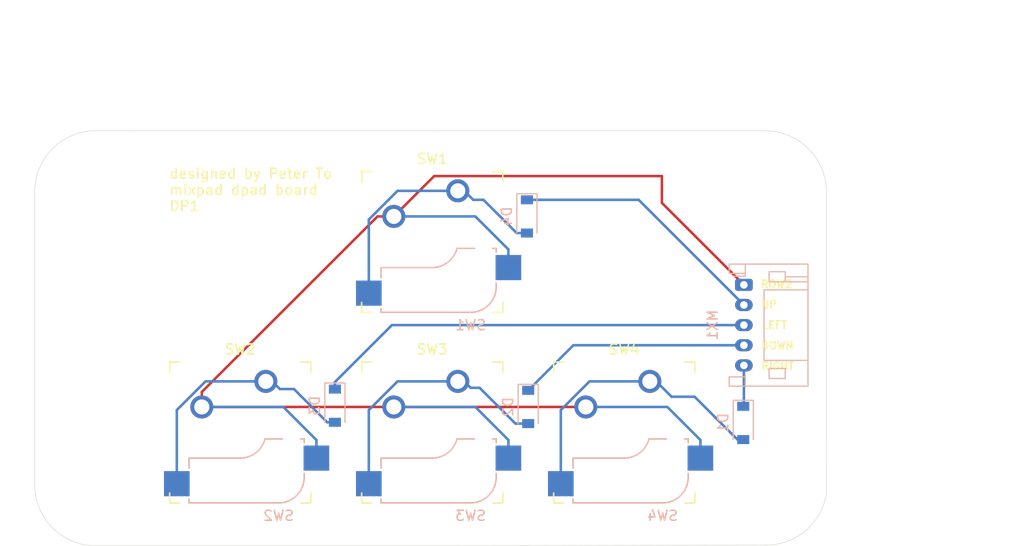
<source format=kicad_pcb>
(kicad_pcb (version 20171130) (host pcbnew "(5.1.12)-1")

  (general
    (thickness 1.6)
    (drawings 21)
    (tracks 57)
    (zones 0)
    (modules 13)
    (nets 10)
  )

  (page A4)
  (layers
    (0 F.Cu signal)
    (31 B.Cu signal)
    (32 B.Adhes user)
    (33 F.Adhes user)
    (34 B.Paste user)
    (35 F.Paste user)
    (36 B.SilkS user)
    (37 F.SilkS user)
    (38 B.Mask user)
    (39 F.Mask user)
    (40 Dwgs.User user)
    (41 Cmts.User user)
    (42 Eco1.User user)
    (43 Eco2.User user)
    (44 Edge.Cuts user)
    (45 Margin user)
    (46 B.CrtYd user)
    (47 F.CrtYd user)
    (48 B.Fab user)
    (49 F.Fab user)
  )

  (setup
    (last_trace_width 0.25)
    (trace_clearance 0.2)
    (zone_clearance 0.508)
    (zone_45_only no)
    (trace_min 0.2)
    (via_size 0.8)
    (via_drill 0.4)
    (via_min_size 0.4)
    (via_min_drill 0.3)
    (uvia_size 0.3)
    (uvia_drill 0.1)
    (uvias_allowed no)
    (uvia_min_size 0.2)
    (uvia_min_drill 0.1)
    (edge_width 0.05)
    (segment_width 0.2)
    (pcb_text_width 0.3)
    (pcb_text_size 1.5 1.5)
    (mod_edge_width 0.12)
    (mod_text_size 1 1)
    (mod_text_width 0.15)
    (pad_size 1.524 1.524)
    (pad_drill 0.762)
    (pad_to_mask_clearance 0)
    (aux_axis_origin 0 0)
    (visible_elements 7FFFFFFF)
    (pcbplotparams
      (layerselection 0x010fc_ffffffff)
      (usegerberextensions true)
      (usegerberattributes true)
      (usegerberadvancedattributes true)
      (creategerberjobfile true)
      (excludeedgelayer true)
      (linewidth 0.100000)
      (plotframeref false)
      (viasonmask false)
      (mode 1)
      (useauxorigin false)
      (hpglpennumber 1)
      (hpglpenspeed 20)
      (hpglpendiameter 15.000000)
      (psnegative false)
      (psa4output false)
      (plotreference true)
      (plotvalue true)
      (plotinvisibletext false)
      (padsonsilk false)
      (subtractmaskfromsilk false)
      (outputformat 1)
      (mirror false)
      (drillshape 0)
      (scaleselection 1)
      (outputdirectory "gerbers/"))
  )

  (net 0 "")
  (net 1 "Net-(D1-Pad2)")
  (net 2 "Net-(D2-Pad2)")
  (net 3 "Net-(D3-Pad2)")
  (net 4 "Net-(D4-Pad2)")
  (net 5 /ROW2)
  (net 6 /RIGHT)
  (net 7 /DOWN)
  (net 8 /LEFT)
  (net 9 /UP)

  (net_class Default "This is the default net class."
    (clearance 0.2)
    (trace_width 0.25)
    (via_dia 0.8)
    (via_drill 0.4)
    (uvia_dia 0.3)
    (uvia_drill 0.1)
    (add_net /DOWN)
    (add_net /LEFT)
    (add_net /RIGHT)
    (add_net /ROW2)
    (add_net /UP)
    (add_net "Net-(D1-Pad2)")
    (add_net "Net-(D2-Pad2)")
    (add_net "Net-(D3-Pad2)")
    (add_net "Net-(D4-Pad2)")
  )

  (module KeySwitches:Kailh_socket_MX_optional (layer F.Cu) (tedit 5DD4FC22) (tstamp 61CE6EFF)
    (at 134.62 82.042)
    (descr "MX-style keyswitch with support for optional Kailh socket")
    (tags MX,cherry,gateron,kailh,pg1511,socket)
    (path /61CAAB7D)
    (fp_text reference SW1 (at 0 -8.255) (layer F.SilkS)
      (effects (font (size 1 1) (thickness 0.15)))
    )
    (fp_text value SW_Push (at 0 8.255) (layer F.Fab)
      (effects (font (size 1 1) (thickness 0.15)))
    )
    (fp_line (start -7.62 6.35) (end -5.08 6.35) (layer B.Fab) (width 0.12))
    (fp_line (start -7.62 3.81) (end -7.62 6.35) (layer B.Fab) (width 0.12))
    (fp_line (start -5.08 3.81) (end -7.62 3.81) (layer B.Fab) (width 0.12))
    (fp_line (start 8.89 1.27) (end 6.35 1.27) (layer B.Fab) (width 0.12))
    (fp_line (start 8.89 3.81) (end 8.89 1.27) (layer B.Fab) (width 0.12))
    (fp_line (start 6.35 3.81) (end 8.89 3.81) (layer B.Fab) (width 0.12))
    (fp_line (start -5.08 6.985) (end 3.81 6.985) (layer B.Fab) (width 0.12))
    (fp_line (start -5.08 2.54) (end -5.08 6.985) (layer B.Fab) (width 0.12))
    (fp_line (start 0 2.54) (end -5.08 2.54) (layer B.Fab) (width 0.12))
    (fp_line (start 6.35 0.635) (end 2.54 0.635) (layer B.Fab) (width 0.12))
    (fp_line (start 6.35 4.445) (end 6.35 0.635) (layer B.Fab) (width 0.12))
    (fp_line (start -5.08 6.985) (end 3.81 6.985) (layer B.SilkS) (width 0.15))
    (fp_line (start -5.08 6.604) (end -5.08 6.985) (layer B.SilkS) (width 0.15))
    (fp_line (start -5.08 2.54) (end -5.08 3.556) (layer B.SilkS) (width 0.15))
    (fp_line (start 0 2.54) (end -5.08 2.54) (layer B.SilkS) (width 0.15))
    (fp_line (start 4.191 0.635) (end 2.54 0.635) (layer B.SilkS) (width 0.15))
    (fp_line (start 6.35 0.635) (end 5.969 0.635) (layer B.SilkS) (width 0.15))
    (fp_line (start 6.35 1.016) (end 6.35 0.635) (layer B.SilkS) (width 0.15))
    (fp_line (start 6.35 4.445) (end 6.35 4.064) (layer B.SilkS) (width 0.15))
    (fp_line (start -7.5 7.5) (end -7.5 -7.5) (layer F.Fab) (width 0.15))
    (fp_line (start 7.5 7.5) (end -7.5 7.5) (layer F.Fab) (width 0.15))
    (fp_line (start 7.5 -7.5) (end 7.5 7.5) (layer F.Fab) (width 0.15))
    (fp_line (start -7.5 -7.5) (end 7.5 -7.5) (layer F.Fab) (width 0.15))
    (fp_line (start -6.9 6.9) (end -6.9 -6.9) (layer Eco2.User) (width 0.15))
    (fp_line (start 6.9 -6.9) (end 6.9 6.9) (layer Eco2.User) (width 0.15))
    (fp_line (start 6.9 -6.9) (end -6.9 -6.9) (layer Eco2.User) (width 0.15))
    (fp_line (start -6.9 6.9) (end 6.9 6.9) (layer Eco2.User) (width 0.15))
    (fp_line (start 7 -7) (end 7 -6) (layer F.SilkS) (width 0.15))
    (fp_line (start 6 7) (end 7 7) (layer F.SilkS) (width 0.15))
    (fp_line (start 7 -7) (end 6 -7) (layer F.SilkS) (width 0.15))
    (fp_line (start 7 6) (end 7 7) (layer F.SilkS) (width 0.15))
    (fp_line (start -7 7) (end -7 6) (layer F.SilkS) (width 0.15))
    (fp_line (start -6 -7) (end -7 -7) (layer F.SilkS) (width 0.15))
    (fp_line (start -7 7) (end -6 7) (layer F.SilkS) (width 0.15))
    (fp_line (start -7 -6) (end -7 -7) (layer F.SilkS) (width 0.15))
    (fp_text user %V (at 0 8.255) (layer B.Fab)
      (effects (font (size 1 1) (thickness 0.15)) (justify mirror))
    )
    (fp_arc (start 0 0) (end 0 2.54) (angle -75.96375653) (layer B.Fab) (width 0.12))
    (fp_arc (start 3.81 4.445) (end 3.81 6.985) (angle -90) (layer B.Fab) (width 0.12))
    (fp_text user %R (at 1.905 5.08) (layer B.Fab)
      (effects (font (size 1 1) (thickness 0.15)) (justify mirror))
    )
    (fp_text user %R (at 3.81 8.255) (layer B.SilkS)
      (effects (font (size 1 1) (thickness 0.15)) (justify mirror))
    )
    (fp_text user %R (at 0 0) (layer F.Fab)
      (effects (font (size 1 1) (thickness 0.15)))
    )
    (fp_arc (start 0 0) (end 0 2.54) (angle -75.96375653) (layer B.SilkS) (width 0.15))
    (fp_arc (start 3.81 4.445) (end 3.81 6.985) (angle -90) (layer B.SilkS) (width 0.15))
    (pad 2 smd rect (at 7.56 2.54) (size 2.55 2.5) (layers B.Cu B.Paste B.Mask)
      (net 5 /ROW2))
    (pad "" np_thru_hole circle (at -5.08 0) (size 1.7018 1.7018) (drill 1.7018) (layers *.Cu *.Mask))
    (pad "" np_thru_hole circle (at 5.08 0) (size 1.7018 1.7018) (drill 1.7018) (layers *.Cu *.Mask))
    (pad 2 thru_hole circle (at -3.81 -2.54) (size 2.286 2.286) (drill 1.4986) (layers *.Cu *.Mask)
      (net 5 /ROW2))
    (pad "" np_thru_hole circle (at 0 0) (size 3.9878 3.9878) (drill 3.9878) (layers *.Cu *.Mask))
    (pad 1 thru_hole circle (at 2.54 -5.08) (size 2.286 2.286) (drill 1.4986) (layers *.Cu *.Mask)
      (net 4 "Net-(D4-Pad2)"))
    (pad "" np_thru_hole circle (at 3.81 2.54) (size 3 3) (drill 3) (layers *.Cu *.Mask))
    (pad "" np_thru_hole circle (at -2.54 5.08) (size 3 3) (drill 3) (layers *.Cu *.Mask))
    (pad 1 smd rect (at -6.29 5.08) (size 2.55 2.5) (layers B.Cu B.Paste B.Mask)
      (net 4 "Net-(D4-Pad2)"))
  )

  (module Diode_SMD:D_SOD-123 (layer B.Cu) (tedit 58645DC7) (tstamp 61D362CF)
    (at 144.018 79.502 270)
    (descr SOD-123)
    (tags SOD-123)
    (path /61D33160)
    (attr smd)
    (fp_text reference D4 (at 0 2 90) (layer B.SilkS)
      (effects (font (size 1 1) (thickness 0.15)) (justify mirror))
    )
    (fp_text value 1N4148W (at 0 -2.1 90) (layer B.Fab)
      (effects (font (size 1 1) (thickness 0.15)) (justify mirror))
    )
    (fp_line (start -2.25 1) (end -2.25 -1) (layer B.SilkS) (width 0.12))
    (fp_line (start 0.25 0) (end 0.75 0) (layer B.Fab) (width 0.1))
    (fp_line (start 0.25 -0.4) (end -0.35 0) (layer B.Fab) (width 0.1))
    (fp_line (start 0.25 0.4) (end 0.25 -0.4) (layer B.Fab) (width 0.1))
    (fp_line (start -0.35 0) (end 0.25 0.4) (layer B.Fab) (width 0.1))
    (fp_line (start -0.35 0) (end -0.35 -0.55) (layer B.Fab) (width 0.1))
    (fp_line (start -0.35 0) (end -0.35 0.55) (layer B.Fab) (width 0.1))
    (fp_line (start -0.75 0) (end -0.35 0) (layer B.Fab) (width 0.1))
    (fp_line (start -1.4 -0.9) (end -1.4 0.9) (layer B.Fab) (width 0.1))
    (fp_line (start 1.4 -0.9) (end -1.4 -0.9) (layer B.Fab) (width 0.1))
    (fp_line (start 1.4 0.9) (end 1.4 -0.9) (layer B.Fab) (width 0.1))
    (fp_line (start -1.4 0.9) (end 1.4 0.9) (layer B.Fab) (width 0.1))
    (fp_line (start -2.35 1.15) (end 2.35 1.15) (layer B.CrtYd) (width 0.05))
    (fp_line (start 2.35 1.15) (end 2.35 -1.15) (layer B.CrtYd) (width 0.05))
    (fp_line (start 2.35 -1.15) (end -2.35 -1.15) (layer B.CrtYd) (width 0.05))
    (fp_line (start -2.35 1.15) (end -2.35 -1.15) (layer B.CrtYd) (width 0.05))
    (fp_line (start -2.25 -1) (end 1.65 -1) (layer B.SilkS) (width 0.12))
    (fp_line (start -2.25 1) (end 1.65 1) (layer B.SilkS) (width 0.12))
    (fp_text user %R (at 0 2 90) (layer B.Fab)
      (effects (font (size 1 1) (thickness 0.15)) (justify mirror))
    )
    (pad 2 smd rect (at 1.65 0 270) (size 0.9 1.2) (layers B.Cu B.Paste B.Mask)
      (net 4 "Net-(D4-Pad2)"))
    (pad 1 smd rect (at -1.65 0 270) (size 0.9 1.2) (layers B.Cu B.Paste B.Mask)
      (net 9 /UP))
    (model ${KISYS3DMOD}/Diode_SMD.3dshapes/D_SOD-123.wrl
      (at (xyz 0 0 0))
      (scale (xyz 1 1 1))
      (rotate (xyz 0 0 0))
    )
  )

  (module Diode_SMD:D_SOD-123 (layer B.Cu) (tedit 58645DC7) (tstamp 61D36317)
    (at 124.968 98.298 270)
    (descr SOD-123)
    (tags SOD-123)
    (path /61D3BDE5)
    (attr smd)
    (fp_text reference D3 (at 0 2 90) (layer B.SilkS)
      (effects (font (size 1 1) (thickness 0.15)) (justify mirror))
    )
    (fp_text value 1N4148W (at 0 -2.1 90) (layer B.Fab)
      (effects (font (size 1 1) (thickness 0.15)) (justify mirror))
    )
    (fp_line (start -2.25 1) (end -2.25 -1) (layer B.SilkS) (width 0.12))
    (fp_line (start 0.25 0) (end 0.75 0) (layer B.Fab) (width 0.1))
    (fp_line (start 0.25 -0.4) (end -0.35 0) (layer B.Fab) (width 0.1))
    (fp_line (start 0.25 0.4) (end 0.25 -0.4) (layer B.Fab) (width 0.1))
    (fp_line (start -0.35 0) (end 0.25 0.4) (layer B.Fab) (width 0.1))
    (fp_line (start -0.35 0) (end -0.35 -0.55) (layer B.Fab) (width 0.1))
    (fp_line (start -0.35 0) (end -0.35 0.55) (layer B.Fab) (width 0.1))
    (fp_line (start -0.75 0) (end -0.35 0) (layer B.Fab) (width 0.1))
    (fp_line (start -1.4 -0.9) (end -1.4 0.9) (layer B.Fab) (width 0.1))
    (fp_line (start 1.4 -0.9) (end -1.4 -0.9) (layer B.Fab) (width 0.1))
    (fp_line (start 1.4 0.9) (end 1.4 -0.9) (layer B.Fab) (width 0.1))
    (fp_line (start -1.4 0.9) (end 1.4 0.9) (layer B.Fab) (width 0.1))
    (fp_line (start -2.35 1.15) (end 2.35 1.15) (layer B.CrtYd) (width 0.05))
    (fp_line (start 2.35 1.15) (end 2.35 -1.15) (layer B.CrtYd) (width 0.05))
    (fp_line (start 2.35 -1.15) (end -2.35 -1.15) (layer B.CrtYd) (width 0.05))
    (fp_line (start -2.35 1.15) (end -2.35 -1.15) (layer B.CrtYd) (width 0.05))
    (fp_line (start -2.25 -1) (end 1.65 -1) (layer B.SilkS) (width 0.12))
    (fp_line (start -2.25 1) (end 1.65 1) (layer B.SilkS) (width 0.12))
    (fp_text user %R (at 0 2 90) (layer B.Fab)
      (effects (font (size 1 1) (thickness 0.15)) (justify mirror))
    )
    (pad 2 smd rect (at 1.65 0 270) (size 0.9 1.2) (layers B.Cu B.Paste B.Mask)
      (net 3 "Net-(D3-Pad2)"))
    (pad 1 smd rect (at -1.65 0 270) (size 0.9 1.2) (layers B.Cu B.Paste B.Mask)
      (net 8 /LEFT))
    (model ${KISYS3DMOD}/Diode_SMD.3dshapes/D_SOD-123.wrl
      (at (xyz 0 0 0))
      (scale (xyz 1 1 1))
      (rotate (xyz 0 0 0))
    )
  )

  (module Diode_SMD:D_SOD-123 (layer B.Cu) (tedit 58645DC7) (tstamp 61D3635F)
    (at 144.145 98.425 270)
    (descr SOD-123)
    (tags SOD-123)
    (path /61D315CE)
    (attr smd)
    (fp_text reference D2 (at 0 2 90) (layer B.SilkS)
      (effects (font (size 1 1) (thickness 0.15)) (justify mirror))
    )
    (fp_text value 1N4148W (at 0 -2.1 90) (layer B.Fab)
      (effects (font (size 1 1) (thickness 0.15)) (justify mirror))
    )
    (fp_line (start -2.25 1) (end -2.25 -1) (layer B.SilkS) (width 0.12))
    (fp_line (start 0.25 0) (end 0.75 0) (layer B.Fab) (width 0.1))
    (fp_line (start 0.25 -0.4) (end -0.35 0) (layer B.Fab) (width 0.1))
    (fp_line (start 0.25 0.4) (end 0.25 -0.4) (layer B.Fab) (width 0.1))
    (fp_line (start -0.35 0) (end 0.25 0.4) (layer B.Fab) (width 0.1))
    (fp_line (start -0.35 0) (end -0.35 -0.55) (layer B.Fab) (width 0.1))
    (fp_line (start -0.35 0) (end -0.35 0.55) (layer B.Fab) (width 0.1))
    (fp_line (start -0.75 0) (end -0.35 0) (layer B.Fab) (width 0.1))
    (fp_line (start -1.4 -0.9) (end -1.4 0.9) (layer B.Fab) (width 0.1))
    (fp_line (start 1.4 -0.9) (end -1.4 -0.9) (layer B.Fab) (width 0.1))
    (fp_line (start 1.4 0.9) (end 1.4 -0.9) (layer B.Fab) (width 0.1))
    (fp_line (start -1.4 0.9) (end 1.4 0.9) (layer B.Fab) (width 0.1))
    (fp_line (start -2.35 1.15) (end 2.35 1.15) (layer B.CrtYd) (width 0.05))
    (fp_line (start 2.35 1.15) (end 2.35 -1.15) (layer B.CrtYd) (width 0.05))
    (fp_line (start 2.35 -1.15) (end -2.35 -1.15) (layer B.CrtYd) (width 0.05))
    (fp_line (start -2.35 1.15) (end -2.35 -1.15) (layer B.CrtYd) (width 0.05))
    (fp_line (start -2.25 -1) (end 1.65 -1) (layer B.SilkS) (width 0.12))
    (fp_line (start -2.25 1) (end 1.65 1) (layer B.SilkS) (width 0.12))
    (fp_text user %R (at 0 2 90) (layer B.Fab)
      (effects (font (size 1 1) (thickness 0.15)) (justify mirror))
    )
    (pad 2 smd rect (at 1.65 0 270) (size 0.9 1.2) (layers B.Cu B.Paste B.Mask)
      (net 2 "Net-(D2-Pad2)"))
    (pad 1 smd rect (at -1.65 0 270) (size 0.9 1.2) (layers B.Cu B.Paste B.Mask)
      (net 7 /DOWN))
    (model ${KISYS3DMOD}/Diode_SMD.3dshapes/D_SOD-123.wrl
      (at (xyz 0 0 0))
      (scale (xyz 1 1 1))
      (rotate (xyz 0 0 0))
    )
  )

  (module Diode_SMD:D_SOD-123 (layer B.Cu) (tedit 58645DC7) (tstamp 61D35EAC)
    (at 165.481 100.0125 270)
    (descr SOD-123)
    (tags SOD-123)
    (path /61D3073C)
    (attr smd)
    (fp_text reference D1 (at 0 2 90) (layer B.SilkS)
      (effects (font (size 1 1) (thickness 0.15)) (justify mirror))
    )
    (fp_text value 1N4148W (at 0 -2.1 90) (layer B.Fab)
      (effects (font (size 1 1) (thickness 0.15)) (justify mirror))
    )
    (fp_line (start -2.25 1) (end -2.25 -1) (layer B.SilkS) (width 0.12))
    (fp_line (start 0.25 0) (end 0.75 0) (layer B.Fab) (width 0.1))
    (fp_line (start 0.25 -0.4) (end -0.35 0) (layer B.Fab) (width 0.1))
    (fp_line (start 0.25 0.4) (end 0.25 -0.4) (layer B.Fab) (width 0.1))
    (fp_line (start -0.35 0) (end 0.25 0.4) (layer B.Fab) (width 0.1))
    (fp_line (start -0.35 0) (end -0.35 -0.55) (layer B.Fab) (width 0.1))
    (fp_line (start -0.35 0) (end -0.35 0.55) (layer B.Fab) (width 0.1))
    (fp_line (start -0.75 0) (end -0.35 0) (layer B.Fab) (width 0.1))
    (fp_line (start -1.4 -0.9) (end -1.4 0.9) (layer B.Fab) (width 0.1))
    (fp_line (start 1.4 -0.9) (end -1.4 -0.9) (layer B.Fab) (width 0.1))
    (fp_line (start 1.4 0.9) (end 1.4 -0.9) (layer B.Fab) (width 0.1))
    (fp_line (start -1.4 0.9) (end 1.4 0.9) (layer B.Fab) (width 0.1))
    (fp_line (start -2.35 1.15) (end 2.35 1.15) (layer B.CrtYd) (width 0.05))
    (fp_line (start 2.35 1.15) (end 2.35 -1.15) (layer B.CrtYd) (width 0.05))
    (fp_line (start 2.35 -1.15) (end -2.35 -1.15) (layer B.CrtYd) (width 0.05))
    (fp_line (start -2.35 1.15) (end -2.35 -1.15) (layer B.CrtYd) (width 0.05))
    (fp_line (start -2.25 -1) (end 1.65 -1) (layer B.SilkS) (width 0.12))
    (fp_line (start -2.25 1) (end 1.65 1) (layer B.SilkS) (width 0.12))
    (fp_text user %R (at 0 2 90) (layer B.Fab)
      (effects (font (size 1 1) (thickness 0.15)) (justify mirror))
    )
    (pad 2 smd rect (at 1.65 0 270) (size 0.9 1.2) (layers B.Cu B.Paste B.Mask)
      (net 1 "Net-(D1-Pad2)"))
    (pad 1 smd rect (at -1.65 0 270) (size 0.9 1.2) (layers B.Cu B.Paste B.Mask)
      (net 6 /RIGHT))
    (model ${KISYS3DMOD}/Diode_SMD.3dshapes/D_SOD-123.wrl
      (at (xyz 0 0 0))
      (scale (xyz 1 1 1))
      (rotate (xyz 0 0 0))
    )
  )

  (module MountingHole:MountingHole_2.2mm_M2 (layer F.Cu) (tedit 56D1B4CB) (tstamp 61CE7A6D)
    (at 101.219 106.172)
    (descr "Mounting Hole 2.2mm, no annular, M2")
    (tags "mounting hole 2.2mm no annular m2")
    (attr virtual)
    (fp_text reference REF** (at 0 -4.2) (layer F.SilkS) hide
      (effects (font (size 1 1) (thickness 0.15)))
    )
    (fp_text value MountingHole_2.2mm_M2 (at 0 4.2) (layer F.Fab)
      (effects (font (size 1 1) (thickness 0.15)))
    )
    (fp_circle (center 0 0) (end 2.45 0) (layer F.CrtYd) (width 0.05))
    (fp_circle (center 0 0) (end 2.2 0) (layer Cmts.User) (width 0.15))
    (fp_text user %R (at 0.3 0) (layer F.Fab)
      (effects (font (size 1 1) (thickness 0.15)))
    )
    (pad 1 np_thru_hole circle (at 0 0) (size 2.2 2.2) (drill 2.2) (layers *.Cu *.Mask))
  )

  (module MountingHole:MountingHole_2.2mm_M2 (layer F.Cu) (tedit 56D1B4CB) (tstamp 61CE7A50)
    (at 101.219 77.0255)
    (descr "Mounting Hole 2.2mm, no annular, M2")
    (tags "mounting hole 2.2mm no annular m2")
    (attr virtual)
    (fp_text reference REF** (at 0 -4.2) (layer F.SilkS) hide
      (effects (font (size 1 1) (thickness 0.15)))
    )
    (fp_text value MountingHole_2.2mm_M2 (at 0 4.2) (layer F.Fab)
      (effects (font (size 1 1) (thickness 0.15)))
    )
    (fp_circle (center 0 0) (end 2.45 0) (layer F.CrtYd) (width 0.05))
    (fp_circle (center 0 0) (end 2.2 0) (layer Cmts.User) (width 0.15))
    (fp_text user %R (at 0.3 0) (layer F.Fab)
      (effects (font (size 1 1) (thickness 0.15)))
    )
    (pad 1 np_thru_hole circle (at 0 0) (size 2.2 2.2) (drill 2.2) (layers *.Cu *.Mask))
  )

  (module MountingHole:MountingHole_2.2mm_M2 (layer F.Cu) (tedit 56D1B4CB) (tstamp 61CE7965)
    (at 167.767 106.1085)
    (descr "Mounting Hole 2.2mm, no annular, M2")
    (tags "mounting hole 2.2mm no annular m2")
    (attr virtual)
    (fp_text reference REF** (at 0 -4.2) (layer F.SilkS) hide
      (effects (font (size 1 1) (thickness 0.15)))
    )
    (fp_text value MountingHole_2.2mm_M2 (at 0 4.2) (layer F.Fab)
      (effects (font (size 1 1) (thickness 0.15)))
    )
    (fp_circle (center 0 0) (end 2.45 0) (layer F.CrtYd) (width 0.05))
    (fp_circle (center 0 0) (end 2.2 0) (layer Cmts.User) (width 0.15))
    (fp_text user %R (at 0.3 0) (layer F.Fab)
      (effects (font (size 1 1) (thickness 0.15)))
    )
    (pad 1 np_thru_hole circle (at 0 0) (size 2.2 2.2) (drill 2.2) (layers *.Cu *.Mask))
  )

  (module MountingHole:MountingHole_2.2mm_M2 (layer F.Cu) (tedit 56D1B4CB) (tstamp 61CE95DA)
    (at 167.7035 77.0255)
    (descr "Mounting Hole 2.2mm, no annular, M2")
    (tags "mounting hole 2.2mm no annular m2")
    (attr virtual)
    (fp_text reference REF** (at 0 -4.2) (layer F.SilkS) hide
      (effects (font (size 1 1) (thickness 0.15)))
    )
    (fp_text value MountingHole_2.2mm_M2 (at 0 4.2) (layer F.Fab)
      (effects (font (size 1 1) (thickness 0.15)))
    )
    (fp_circle (center 0 0) (end 2.45 0) (layer F.CrtYd) (width 0.05))
    (fp_circle (center 0 0) (end 2.2 0) (layer Cmts.User) (width 0.15))
    (fp_text user %R (at 0.3 0) (layer F.Fab)
      (effects (font (size 1 1) (thickness 0.15)))
    )
    (pad 1 np_thru_hole circle (at 0 0) (size 2.2 2.2) (drill 2.2) (layers *.Cu *.Mask))
  )

  (module KeySwitches:Kailh_socket_MX_optional (layer F.Cu) (tedit 5DD4FC22) (tstamp 61CE70BA)
    (at 134.62 100.965)
    (descr "MX-style keyswitch with support for optional Kailh socket")
    (tags MX,cherry,gateron,kailh,pg1511,socket)
    (path /61CABE32)
    (fp_text reference SW3 (at 0 -8.255) (layer F.SilkS)
      (effects (font (size 1 1) (thickness 0.15)))
    )
    (fp_text value SW_Push (at 0 8.255) (layer F.Fab)
      (effects (font (size 1 1) (thickness 0.15)))
    )
    (fp_line (start -7 -6) (end -7 -7) (layer F.SilkS) (width 0.15))
    (fp_line (start -7 7) (end -6 7) (layer F.SilkS) (width 0.15))
    (fp_line (start -6 -7) (end -7 -7) (layer F.SilkS) (width 0.15))
    (fp_line (start -7 7) (end -7 6) (layer F.SilkS) (width 0.15))
    (fp_line (start 7 6) (end 7 7) (layer F.SilkS) (width 0.15))
    (fp_line (start 7 -7) (end 6 -7) (layer F.SilkS) (width 0.15))
    (fp_line (start 6 7) (end 7 7) (layer F.SilkS) (width 0.15))
    (fp_line (start 7 -7) (end 7 -6) (layer F.SilkS) (width 0.15))
    (fp_line (start -6.9 6.9) (end 6.9 6.9) (layer Eco2.User) (width 0.15))
    (fp_line (start 6.9 -6.9) (end -6.9 -6.9) (layer Eco2.User) (width 0.15))
    (fp_line (start 6.9 -6.9) (end 6.9 6.9) (layer Eco2.User) (width 0.15))
    (fp_line (start -6.9 6.9) (end -6.9 -6.9) (layer Eco2.User) (width 0.15))
    (fp_line (start -7.5 -7.5) (end 7.5 -7.5) (layer F.Fab) (width 0.15))
    (fp_line (start 7.5 -7.5) (end 7.5 7.5) (layer F.Fab) (width 0.15))
    (fp_line (start 7.5 7.5) (end -7.5 7.5) (layer F.Fab) (width 0.15))
    (fp_line (start -7.5 7.5) (end -7.5 -7.5) (layer F.Fab) (width 0.15))
    (fp_line (start 6.35 4.445) (end 6.35 4.064) (layer B.SilkS) (width 0.15))
    (fp_line (start 6.35 1.016) (end 6.35 0.635) (layer B.SilkS) (width 0.15))
    (fp_line (start 6.35 0.635) (end 5.969 0.635) (layer B.SilkS) (width 0.15))
    (fp_line (start 4.191 0.635) (end 2.54 0.635) (layer B.SilkS) (width 0.15))
    (fp_line (start 0 2.54) (end -5.08 2.54) (layer B.SilkS) (width 0.15))
    (fp_line (start -5.08 2.54) (end -5.08 3.556) (layer B.SilkS) (width 0.15))
    (fp_line (start -5.08 6.604) (end -5.08 6.985) (layer B.SilkS) (width 0.15))
    (fp_line (start -5.08 6.985) (end 3.81 6.985) (layer B.SilkS) (width 0.15))
    (fp_line (start 6.35 4.445) (end 6.35 0.635) (layer B.Fab) (width 0.12))
    (fp_line (start 6.35 0.635) (end 2.54 0.635) (layer B.Fab) (width 0.12))
    (fp_line (start 0 2.54) (end -5.08 2.54) (layer B.Fab) (width 0.12))
    (fp_line (start -5.08 2.54) (end -5.08 6.985) (layer B.Fab) (width 0.12))
    (fp_line (start -5.08 6.985) (end 3.81 6.985) (layer B.Fab) (width 0.12))
    (fp_line (start 6.35 3.81) (end 8.89 3.81) (layer B.Fab) (width 0.12))
    (fp_line (start 8.89 3.81) (end 8.89 1.27) (layer B.Fab) (width 0.12))
    (fp_line (start 8.89 1.27) (end 6.35 1.27) (layer B.Fab) (width 0.12))
    (fp_line (start -5.08 3.81) (end -7.62 3.81) (layer B.Fab) (width 0.12))
    (fp_line (start -7.62 3.81) (end -7.62 6.35) (layer B.Fab) (width 0.12))
    (fp_line (start -7.62 6.35) (end -5.08 6.35) (layer B.Fab) (width 0.12))
    (fp_arc (start 3.81 4.445) (end 3.81 6.985) (angle -90) (layer B.SilkS) (width 0.15))
    (fp_arc (start 0 0) (end 0 2.54) (angle -75.96375653) (layer B.SilkS) (width 0.15))
    (fp_text user %R (at 0 0) (layer F.Fab)
      (effects (font (size 1 1) (thickness 0.15)))
    )
    (fp_text user %R (at 3.81 8.255) (layer B.SilkS)
      (effects (font (size 1 1) (thickness 0.15)) (justify mirror))
    )
    (fp_text user %R (at 1.905 5.08) (layer B.Fab)
      (effects (font (size 1 1) (thickness 0.15)) (justify mirror))
    )
    (fp_arc (start 3.81 4.445) (end 3.81 6.985) (angle -90) (layer B.Fab) (width 0.12))
    (fp_arc (start 0 0) (end 0 2.54) (angle -75.96375653) (layer B.Fab) (width 0.12))
    (fp_text user %V (at 0 8.255) (layer B.Fab)
      (effects (font (size 1 1) (thickness 0.15)) (justify mirror))
    )
    (pad 1 smd rect (at -6.29 5.08) (size 2.55 2.5) (layers B.Cu B.Paste B.Mask)
      (net 2 "Net-(D2-Pad2)"))
    (pad "" np_thru_hole circle (at -2.54 5.08) (size 3 3) (drill 3) (layers *.Cu *.Mask))
    (pad "" np_thru_hole circle (at 3.81 2.54) (size 3 3) (drill 3) (layers *.Cu *.Mask))
    (pad 1 thru_hole circle (at 2.54 -5.08) (size 2.286 2.286) (drill 1.4986) (layers *.Cu *.Mask)
      (net 2 "Net-(D2-Pad2)"))
    (pad "" np_thru_hole circle (at 0 0) (size 3.9878 3.9878) (drill 3.9878) (layers *.Cu *.Mask))
    (pad 2 thru_hole circle (at -3.81 -2.54) (size 2.286 2.286) (drill 1.4986) (layers *.Cu *.Mask)
      (net 5 /ROW2))
    (pad "" np_thru_hole circle (at 5.08 0) (size 1.7018 1.7018) (drill 1.7018) (layers *.Cu *.Mask))
    (pad "" np_thru_hole circle (at -5.08 0) (size 1.7018 1.7018) (drill 1.7018) (layers *.Cu *.Mask))
    (pad 2 smd rect (at 7.56 2.54) (size 2.55 2.5) (layers B.Cu B.Paste B.Mask)
      (net 5 /ROW2))
  )

  (module Connector_JST:JST_PH_S5B-PH-K_1x05_P2.00mm_Horizontal (layer B.Cu) (tedit 5B7745C6) (tstamp 61CB3AD7)
    (at 165.5445 86.2965 270)
    (descr "JST PH series connector, S5B-PH-K (http://www.jst-mfg.com/product/pdf/eng/ePH.pdf), generated with kicad-footprint-generator")
    (tags "connector JST PH top entry")
    (path /61CB2A07)
    (fp_text reference J1 (at 4 2.55 270) (layer B.SilkS) hide
      (effects (font (size 1 1) (thickness 0.15)) (justify mirror))
    )
    (fp_text value Conn_01x05 (at 4 -7.45 270) (layer B.Fab)
      (effects (font (size 1 1) (thickness 0.15)) (justify mirror))
    )
    (fp_line (start 0.5 -1.375) (end 0 -0.875) (layer B.Fab) (width 0.1))
    (fp_line (start -0.5 -1.375) (end 0.5 -1.375) (layer B.Fab) (width 0.1))
    (fp_line (start 0 -0.875) (end -0.5 -1.375) (layer B.Fab) (width 0.1))
    (fp_line (start -0.86 -0.14) (end -0.86 1.075) (layer B.SilkS) (width 0.12))
    (fp_line (start 9.25 -0.25) (end -1.25 -0.25) (layer B.Fab) (width 0.1))
    (fp_line (start 9.25 1.35) (end 9.25 -0.25) (layer B.Fab) (width 0.1))
    (fp_line (start 9.95 1.35) (end 9.25 1.35) (layer B.Fab) (width 0.1))
    (fp_line (start 9.95 -6.25) (end 9.95 1.35) (layer B.Fab) (width 0.1))
    (fp_line (start -1.95 -6.25) (end 9.95 -6.25) (layer B.Fab) (width 0.1))
    (fp_line (start -1.95 1.35) (end -1.95 -6.25) (layer B.Fab) (width 0.1))
    (fp_line (start -1.25 1.35) (end -1.95 1.35) (layer B.Fab) (width 0.1))
    (fp_line (start -1.25 -0.25) (end -1.25 1.35) (layer B.Fab) (width 0.1))
    (fp_line (start 10.45 1.85) (end -2.45 1.85) (layer B.CrtYd) (width 0.05))
    (fp_line (start 10.45 -6.75) (end 10.45 1.85) (layer B.CrtYd) (width 0.05))
    (fp_line (start -2.45 -6.75) (end 10.45 -6.75) (layer B.CrtYd) (width 0.05))
    (fp_line (start -2.45 1.85) (end -2.45 -6.75) (layer B.CrtYd) (width 0.05))
    (fp_line (start -0.8 -4.1) (end -0.8 -6.36) (layer B.SilkS) (width 0.12))
    (fp_line (start -0.3 -4.1) (end -0.3 -6.36) (layer B.SilkS) (width 0.12))
    (fp_line (start 8.3 -2.5) (end 9.3 -2.5) (layer B.SilkS) (width 0.12))
    (fp_line (start 8.3 -4.1) (end 8.3 -2.5) (layer B.SilkS) (width 0.12))
    (fp_line (start 9.3 -4.1) (end 8.3 -4.1) (layer B.SilkS) (width 0.12))
    (fp_line (start 9.3 -2.5) (end 9.3 -4.1) (layer B.SilkS) (width 0.12))
    (fp_line (start -0.3 -2.5) (end -1.3 -2.5) (layer B.SilkS) (width 0.12))
    (fp_line (start -0.3 -4.1) (end -0.3 -2.5) (layer B.SilkS) (width 0.12))
    (fp_line (start -1.3 -4.1) (end -0.3 -4.1) (layer B.SilkS) (width 0.12))
    (fp_line (start -1.3 -2.5) (end -1.3 -4.1) (layer B.SilkS) (width 0.12))
    (fp_line (start 10.06 -0.14) (end 9.14 -0.14) (layer B.SilkS) (width 0.12))
    (fp_line (start -2.06 -0.14) (end -1.14 -0.14) (layer B.SilkS) (width 0.12))
    (fp_line (start 7.5 -2) (end 7.5 -6.36) (layer B.SilkS) (width 0.12))
    (fp_line (start 0.5 -2) (end 7.5 -2) (layer B.SilkS) (width 0.12))
    (fp_line (start 0.5 -6.36) (end 0.5 -2) (layer B.SilkS) (width 0.12))
    (fp_line (start 9.14 -0.14) (end 8.86 -0.14) (layer B.SilkS) (width 0.12))
    (fp_line (start 9.14 1.46) (end 9.14 -0.14) (layer B.SilkS) (width 0.12))
    (fp_line (start 10.06 1.46) (end 9.14 1.46) (layer B.SilkS) (width 0.12))
    (fp_line (start 10.06 -6.36) (end 10.06 1.46) (layer B.SilkS) (width 0.12))
    (fp_line (start -2.06 -6.36) (end 10.06 -6.36) (layer B.SilkS) (width 0.12))
    (fp_line (start -2.06 1.46) (end -2.06 -6.36) (layer B.SilkS) (width 0.12))
    (fp_line (start -1.14 1.46) (end -2.06 1.46) (layer B.SilkS) (width 0.12))
    (fp_line (start -1.14 -0.14) (end -1.14 1.46) (layer B.SilkS) (width 0.12))
    (fp_line (start -0.86 -0.14) (end -1.14 -0.14) (layer B.SilkS) (width 0.12))
    (fp_text user %R (at 4 -2.5 270) (layer B.Fab)
      (effects (font (size 1 1) (thickness 0.15)) (justify mirror))
    )
    (pad 1 thru_hole roundrect (at 0 0 270) (size 1.2 1.75) (drill 0.75) (layers *.Cu *.Mask) (roundrect_rratio 0.2083325)
      (net 5 /ROW2))
    (pad 2 thru_hole oval (at 2 0 270) (size 1.2 1.75) (drill 0.75) (layers *.Cu *.Mask)
      (net 9 /UP))
    (pad 3 thru_hole oval (at 4 0 270) (size 1.2 1.75) (drill 0.75) (layers *.Cu *.Mask)
      (net 8 /LEFT))
    (pad 4 thru_hole oval (at 6 0 270) (size 1.2 1.75) (drill 0.75) (layers *.Cu *.Mask)
      (net 7 /DOWN))
    (pad 5 thru_hole oval (at 8 0 270) (size 1.2 1.75) (drill 0.75) (layers *.Cu *.Mask)
      (net 6 /RIGHT))
    (model ${KISYS3DMOD}/Connector_JST.3dshapes/JST_PH_S5B-PH-K_1x05_P2.00mm_Horizontal.wrl
      (at (xyz 0 0 0))
      (scale (xyz 1 1 1))
      (rotate (xyz 0 0 0))
    )
  )

  (module KeySwitches:Kailh_socket_MX_optional (layer F.Cu) (tedit 5DD4FC22) (tstamp 61CCD342)
    (at 115.57 100.965)
    (descr "MX-style keyswitch with support for optional Kailh socket")
    (tags MX,cherry,gateron,kailh,pg1511,socket)
    (path /61CAE20D)
    (fp_text reference SW2 (at 0 -8.255) (layer F.SilkS)
      (effects (font (size 1 1) (thickness 0.15)))
    )
    (fp_text value SW_Push (at 0 8.255) (layer F.Fab)
      (effects (font (size 1 1) (thickness 0.15)))
    )
    (fp_line (start -7 -6) (end -7 -7) (layer F.SilkS) (width 0.15))
    (fp_line (start -7 7) (end -6 7) (layer F.SilkS) (width 0.15))
    (fp_line (start -6 -7) (end -7 -7) (layer F.SilkS) (width 0.15))
    (fp_line (start -7 7) (end -7 6) (layer F.SilkS) (width 0.15))
    (fp_line (start 7 6) (end 7 7) (layer F.SilkS) (width 0.15))
    (fp_line (start 7 -7) (end 6 -7) (layer F.SilkS) (width 0.15))
    (fp_line (start 6 7) (end 7 7) (layer F.SilkS) (width 0.15))
    (fp_line (start 7 -7) (end 7 -6) (layer F.SilkS) (width 0.15))
    (fp_line (start -6.9 6.9) (end 6.9 6.9) (layer Eco2.User) (width 0.15))
    (fp_line (start 6.9 -6.9) (end -6.9 -6.9) (layer Eco2.User) (width 0.15))
    (fp_line (start 6.9 -6.9) (end 6.9 6.9) (layer Eco2.User) (width 0.15))
    (fp_line (start -6.9 6.9) (end -6.9 -6.9) (layer Eco2.User) (width 0.15))
    (fp_line (start -7.5 -7.5) (end 7.5 -7.5) (layer F.Fab) (width 0.15))
    (fp_line (start 7.5 -7.5) (end 7.5 7.5) (layer F.Fab) (width 0.15))
    (fp_line (start 7.5 7.5) (end -7.5 7.5) (layer F.Fab) (width 0.15))
    (fp_line (start -7.5 7.5) (end -7.5 -7.5) (layer F.Fab) (width 0.15))
    (fp_line (start 6.35 4.445) (end 6.35 4.064) (layer B.SilkS) (width 0.15))
    (fp_line (start 6.35 1.016) (end 6.35 0.635) (layer B.SilkS) (width 0.15))
    (fp_line (start 6.35 0.635) (end 5.969 0.635) (layer B.SilkS) (width 0.15))
    (fp_line (start 4.191 0.635) (end 2.54 0.635) (layer B.SilkS) (width 0.15))
    (fp_line (start 0 2.54) (end -5.08 2.54) (layer B.SilkS) (width 0.15))
    (fp_line (start -5.08 2.54) (end -5.08 3.556) (layer B.SilkS) (width 0.15))
    (fp_line (start -5.08 6.604) (end -5.08 6.985) (layer B.SilkS) (width 0.15))
    (fp_line (start -5.08 6.985) (end 3.81 6.985) (layer B.SilkS) (width 0.15))
    (fp_line (start 6.35 4.445) (end 6.35 0.635) (layer B.Fab) (width 0.12))
    (fp_line (start 6.35 0.635) (end 2.54 0.635) (layer B.Fab) (width 0.12))
    (fp_line (start 0 2.54) (end -5.08 2.54) (layer B.Fab) (width 0.12))
    (fp_line (start -5.08 2.54) (end -5.08 6.985) (layer B.Fab) (width 0.12))
    (fp_line (start -5.08 6.985) (end 3.81 6.985) (layer B.Fab) (width 0.12))
    (fp_line (start 6.35 3.81) (end 8.89 3.81) (layer B.Fab) (width 0.12))
    (fp_line (start 8.89 3.81) (end 8.89 1.27) (layer B.Fab) (width 0.12))
    (fp_line (start 8.89 1.27) (end 6.35 1.27) (layer B.Fab) (width 0.12))
    (fp_line (start -5.08 3.81) (end -7.62 3.81) (layer B.Fab) (width 0.12))
    (fp_line (start -7.62 3.81) (end -7.62 6.35) (layer B.Fab) (width 0.12))
    (fp_line (start -7.62 6.35) (end -5.08 6.35) (layer B.Fab) (width 0.12))
    (fp_arc (start 3.81 4.445) (end 3.81 6.985) (angle -90) (layer B.SilkS) (width 0.15))
    (fp_arc (start 0 0) (end 0 2.54) (angle -75.96375653) (layer B.SilkS) (width 0.15))
    (fp_text user %R (at 0 0) (layer F.Fab)
      (effects (font (size 1 1) (thickness 0.15)))
    )
    (fp_text user %R (at 3.81 8.255) (layer B.SilkS)
      (effects (font (size 1 1) (thickness 0.15)) (justify mirror))
    )
    (fp_text user %R (at 1.905 5.08) (layer B.Fab)
      (effects (font (size 1 1) (thickness 0.15)) (justify mirror))
    )
    (fp_arc (start 3.81 4.445) (end 3.81 6.985) (angle -90) (layer B.Fab) (width 0.12))
    (fp_arc (start 0 0) (end 0 2.54) (angle -75.96375653) (layer B.Fab) (width 0.12))
    (fp_text user %V (at 0 8.255) (layer B.Fab)
      (effects (font (size 1 1) (thickness 0.15)) (justify mirror))
    )
    (pad 1 smd rect (at -6.29 5.08) (size 2.55 2.5) (layers B.Cu B.Paste B.Mask)
      (net 3 "Net-(D3-Pad2)"))
    (pad "" np_thru_hole circle (at -2.54 5.08) (size 3 3) (drill 3) (layers *.Cu *.Mask))
    (pad "" np_thru_hole circle (at 3.81 2.54) (size 3 3) (drill 3) (layers *.Cu *.Mask))
    (pad 1 thru_hole circle (at 2.54 -5.08) (size 2.286 2.286) (drill 1.4986) (layers *.Cu *.Mask)
      (net 3 "Net-(D3-Pad2)"))
    (pad "" np_thru_hole circle (at 0 0) (size 3.9878 3.9878) (drill 3.9878) (layers *.Cu *.Mask))
    (pad 2 thru_hole circle (at -3.81 -2.54) (size 2.286 2.286) (drill 1.4986) (layers *.Cu *.Mask)
      (net 5 /ROW2))
    (pad "" np_thru_hole circle (at 5.08 0) (size 1.7018 1.7018) (drill 1.7018) (layers *.Cu *.Mask))
    (pad "" np_thru_hole circle (at -5.08 0) (size 1.7018 1.7018) (drill 1.7018) (layers *.Cu *.Mask))
    (pad 2 smd rect (at 7.56 2.54) (size 2.55 2.5) (layers B.Cu B.Paste B.Mask)
      (net 5 /ROW2))
  )

  (module KeySwitches:Kailh_socket_MX_optional (layer F.Cu) (tedit 5DD4FC22) (tstamp 61CCD4C3)
    (at 153.67 100.965)
    (descr "MX-style keyswitch with support for optional Kailh socket")
    (tags MX,cherry,gateron,kailh,pg1511,socket)
    (path /61CAEE22)
    (fp_text reference SW4 (at 0 -8.255) (layer F.SilkS)
      (effects (font (size 1 1) (thickness 0.15)))
    )
    (fp_text value SW_Push (at 0 8.255) (layer F.Fab)
      (effects (font (size 1 1) (thickness 0.15)))
    )
    (fp_line (start -7.62 6.35) (end -5.08 6.35) (layer B.Fab) (width 0.12))
    (fp_line (start -7.62 3.81) (end -7.62 6.35) (layer B.Fab) (width 0.12))
    (fp_line (start -5.08 3.81) (end -7.62 3.81) (layer B.Fab) (width 0.12))
    (fp_line (start 8.89 1.27) (end 6.35 1.27) (layer B.Fab) (width 0.12))
    (fp_line (start 8.89 3.81) (end 8.89 1.27) (layer B.Fab) (width 0.12))
    (fp_line (start 6.35 3.81) (end 8.89 3.81) (layer B.Fab) (width 0.12))
    (fp_line (start -5.08 6.985) (end 3.81 6.985) (layer B.Fab) (width 0.12))
    (fp_line (start -5.08 2.54) (end -5.08 6.985) (layer B.Fab) (width 0.12))
    (fp_line (start 0 2.54) (end -5.08 2.54) (layer B.Fab) (width 0.12))
    (fp_line (start 6.35 0.635) (end 2.54 0.635) (layer B.Fab) (width 0.12))
    (fp_line (start 6.35 4.445) (end 6.35 0.635) (layer B.Fab) (width 0.12))
    (fp_line (start -5.08 6.985) (end 3.81 6.985) (layer B.SilkS) (width 0.15))
    (fp_line (start -5.08 6.604) (end -5.08 6.985) (layer B.SilkS) (width 0.15))
    (fp_line (start -5.08 2.54) (end -5.08 3.556) (layer B.SilkS) (width 0.15))
    (fp_line (start 0 2.54) (end -5.08 2.54) (layer B.SilkS) (width 0.15))
    (fp_line (start 4.191 0.635) (end 2.54 0.635) (layer B.SilkS) (width 0.15))
    (fp_line (start 6.35 0.635) (end 5.969 0.635) (layer B.SilkS) (width 0.15))
    (fp_line (start 6.35 1.016) (end 6.35 0.635) (layer B.SilkS) (width 0.15))
    (fp_line (start 6.35 4.445) (end 6.35 4.064) (layer B.SilkS) (width 0.15))
    (fp_line (start -7.5 7.5) (end -7.5 -7.5) (layer F.Fab) (width 0.15))
    (fp_line (start 7.5 7.5) (end -7.5 7.5) (layer F.Fab) (width 0.15))
    (fp_line (start 7.5 -7.5) (end 7.5 7.5) (layer F.Fab) (width 0.15))
    (fp_line (start -7.5 -7.5) (end 7.5 -7.5) (layer F.Fab) (width 0.15))
    (fp_line (start -6.9 6.9) (end -6.9 -6.9) (layer Eco2.User) (width 0.15))
    (fp_line (start 6.9 -6.9) (end 6.9 6.9) (layer Eco2.User) (width 0.15))
    (fp_line (start 6.9 -6.9) (end -6.9 -6.9) (layer Eco2.User) (width 0.15))
    (fp_line (start -6.9 6.9) (end 6.9 6.9) (layer Eco2.User) (width 0.15))
    (fp_line (start 7 -7) (end 7 -6) (layer F.SilkS) (width 0.15))
    (fp_line (start 6 7) (end 7 7) (layer F.SilkS) (width 0.15))
    (fp_line (start 7 -7) (end 6 -7) (layer F.SilkS) (width 0.15))
    (fp_line (start 7 6) (end 7 7) (layer F.SilkS) (width 0.15))
    (fp_line (start -7 7) (end -7 6) (layer F.SilkS) (width 0.15))
    (fp_line (start -6 -7) (end -7 -7) (layer F.SilkS) (width 0.15))
    (fp_line (start -7 7) (end -6 7) (layer F.SilkS) (width 0.15))
    (fp_line (start -7 -6) (end -7 -7) (layer F.SilkS) (width 0.15))
    (fp_text user %V (at 0 8.255) (layer B.Fab)
      (effects (font (size 1 1) (thickness 0.15)) (justify mirror))
    )
    (fp_arc (start 0 0) (end 0 2.54) (angle -75.96375653) (layer B.Fab) (width 0.12))
    (fp_arc (start 3.81 4.445) (end 3.81 6.985) (angle -90) (layer B.Fab) (width 0.12))
    (fp_text user %R (at 1.905 5.08) (layer B.Fab)
      (effects (font (size 1 1) (thickness 0.15)) (justify mirror))
    )
    (fp_text user %R (at 3.81 8.255) (layer B.SilkS)
      (effects (font (size 1 1) (thickness 0.15)) (justify mirror))
    )
    (fp_text user %R (at 0 0) (layer F.Fab)
      (effects (font (size 1 1) (thickness 0.15)))
    )
    (fp_arc (start 0 0) (end 0 2.54) (angle -75.96375653) (layer B.SilkS) (width 0.15))
    (fp_arc (start 3.81 4.445) (end 3.81 6.985) (angle -90) (layer B.SilkS) (width 0.15))
    (pad 2 smd rect (at 7.56 2.54) (size 2.55 2.5) (layers B.Cu B.Paste B.Mask)
      (net 5 /ROW2))
    (pad "" np_thru_hole circle (at -5.08 0) (size 1.7018 1.7018) (drill 1.7018) (layers *.Cu *.Mask))
    (pad "" np_thru_hole circle (at 5.08 0) (size 1.7018 1.7018) (drill 1.7018) (layers *.Cu *.Mask))
    (pad 2 thru_hole circle (at -3.81 -2.54) (size 2.286 2.286) (drill 1.4986) (layers *.Cu *.Mask)
      (net 5 /ROW2))
    (pad "" np_thru_hole circle (at 0 0) (size 3.9878 3.9878) (drill 3.9878) (layers *.Cu *.Mask))
    (pad 1 thru_hole circle (at 2.54 -5.08) (size 2.286 2.286) (drill 1.4986) (layers *.Cu *.Mask)
      (net 1 "Net-(D1-Pad2)"))
    (pad "" np_thru_hole circle (at 3.81 2.54) (size 3 3) (drill 3) (layers *.Cu *.Mask))
    (pad "" np_thru_hole circle (at -2.54 5.08) (size 3 3) (drill 3) (layers *.Cu *.Mask))
    (pad 1 smd rect (at -6.29 5.08) (size 2.55 2.5) (layers B.Cu B.Paste B.Mask)
      (net 1 "Net-(D1-Pad2)"))
  )

  (gr_text MX1 (at 162.433 90.297 90) (layer B.SilkS)
    (effects (font (size 1 1) (thickness 0.15)) (justify mirror))
  )
  (dimension 41.148 (width 0.15) (layer Dwgs.User)
    (gr_text "41.148 mm" (at 191.9905 91.567 270) (layer Dwgs.User)
      (effects (font (size 1 1) (thickness 0.15)))
    )
    (feature1 (pts (xy 161.925 112.141) (xy 191.276921 112.141)))
    (feature2 (pts (xy 161.925 70.993) (xy 191.276921 70.993)))
    (crossbar (pts (xy 190.6905 70.993) (xy 190.6905 112.141)))
    (arrow1a (pts (xy 190.6905 112.141) (xy 190.104079 111.014496)))
    (arrow1b (pts (xy 190.6905 112.141) (xy 191.276921 111.014496)))
    (arrow2a (pts (xy 190.6905 70.993) (xy 190.104079 72.119504)))
    (arrow2b (pts (xy 190.6905 70.993) (xy 191.276921 72.119504)))
  )
  (dimension 78.5495 (width 0.15) (layer Dwgs.User) (tstamp 61D36397)
    (gr_text "78.549 mm" (at 134.46125 58.7075) (layer Dwgs.User) (tstamp 61D36397)
      (effects (font (size 1 1) (thickness 0.15)))
    )
    (feature1 (pts (xy 173.736 87.9475) (xy 173.736 59.421079)))
    (feature2 (pts (xy 95.1865 87.9475) (xy 95.1865 59.421079)))
    (crossbar (pts (xy 95.1865 60.0075) (xy 173.736 60.0075)))
    (arrow1a (pts (xy 173.736 60.0075) (xy 172.609496 60.593921)))
    (arrow1b (pts (xy 173.736 60.0075) (xy 172.609496 59.421079)))
    (arrow2a (pts (xy 95.1865 60.0075) (xy 96.313004 60.593921)))
    (arrow2b (pts (xy 95.1865 60.0075) (xy 96.313004 59.421079)))
  )
  (gr_arc (start 167.64 77.089) (end 173.735999 77.215999) (angle -91.19348942) (layer Edge.Cuts) (width 0.05))
  (gr_arc (start 101.219 106.172) (end 95.1865 106.172) (angle -90) (layer Edge.Cuts) (width 0.05))
  (gr_arc (start 101.219 77.0255) (end 101.219 70.993) (angle -90) (layer Edge.Cuts) (width 0.05))
  (gr_arc (start 167.767 106.1085) (end 167.767 112.141) (angle -81.52885537) (layer Edge.Cuts) (width 0.05))
  (gr_line (start 173.733686 106.997155) (end 173.735999 77.215999) (layer Edge.Cuts) (width 0.05) (tstamp 61CE79CE))
  (gr_line (start 134.62 70.993) (end 167.639999 70.991678) (layer Edge.Cuts) (width 0.05))
  (gr_line (start 134.493 112.2045) (end 167.767 112.141) (layer Edge.Cuts) (width 0.05))
  (gr_line (start 101.219 70.993) (end 104.8385 70.993) (layer Edge.Cuts) (width 0.05) (tstamp 61CE7294))
  (gr_line (start 95.1865 106.172) (end 95.1865 77.0255) (layer Edge.Cuts) (width 0.05))
  (gr_line (start 101.219 112.2045) (end 104.9655 112.2045) (layer Edge.Cuts) (width 0.05) (tstamp 61CE7293))
  (gr_line (start 134.62 70.993) (end 104.8385 70.993) (layer Edge.Cuts) (width 0.05))
  (gr_line (start 134.493 112.2045) (end 104.9655 112.2045) (layer Edge.Cuts) (width 0.05))
  (gr_text "designed by Peter To\nmixpad dpad board\nDP1\n" (at 108.458 76.8604) (layer F.SilkS) (tstamp 61D36393)
    (effects (font (size 1 1) (thickness 0.15)) (justify left))
  )
  (gr_text ROW2 (at 170.434 86.233) (layer F.SilkS)
    (effects (font (size 0.75 0.75) (thickness 0.15)) (justify right))
  )
  (gr_text RIGHT (at 168.91 94.361) (layer F.SilkS)
    (effects (font (size 0.75 0.75) (thickness 0.15)))
  )
  (gr_text DOWN (at 170.561 92.329) (layer F.SilkS)
    (effects (font (size 0.75 0.75) (thickness 0.15)) (justify right))
  )
  (gr_text LEFT (at 169.926 90.297) (layer F.SilkS)
    (effects (font (size 0.75 0.75) (thickness 0.15)) (justify right))
  )
  (gr_text UP (at 168.91 88.265) (layer F.SilkS)
    (effects (font (size 0.75 0.75) (thickness 0.15)) (justify right))
  )

  (segment (start 165.481 101.6625) (end 164.9085 101.6625) (width 0.25) (layer B.Cu) (net 1))
  (segment (start 164.9085 101.6625) (end 160.655 97.409) (width 0.25) (layer B.Cu) (net 1))
  (segment (start 158.37041 97.409) (end 156.528205 95.566795) (width 0.25) (layer B.Cu) (net 1))
  (segment (start 160.655 97.409) (end 158.37041 97.409) (width 0.25) (layer B.Cu) (net 1))
  (segment (start 150.227358 95.885) (end 156.21 95.885) (width 0.25) (layer B.Cu) (net 1))
  (segment (start 147.38 98.732358) (end 150.227358 95.885) (width 0.25) (layer B.Cu) (net 1))
  (segment (start 147.38 106.045) (end 147.38 98.732358) (width 0.25) (layer B.Cu) (net 1))
  (segment (start 144.145 100.075) (end 142.874 100.075) (width 0.25) (layer B.Cu) (net 2))
  (segment (start 142.874 100.075) (end 139.319 96.52) (width 0.25) (layer B.Cu) (net 2))
  (segment (start 138.43141 96.52) (end 137.478205 95.566795) (width 0.25) (layer B.Cu) (net 2))
  (segment (start 139.319 96.52) (end 138.43141 96.52) (width 0.25) (layer B.Cu) (net 2))
  (segment (start 131.177358 95.885) (end 137.16 95.885) (width 0.25) (layer B.Cu) (net 2))
  (segment (start 128.33 98.732358) (end 131.177358 95.885) (width 0.25) (layer B.Cu) (net 2))
  (segment (start 128.33 106.045) (end 128.33 98.732358) (width 0.25) (layer B.Cu) (net 2))
  (segment (start 124.968 99.948) (end 124.205 99.948) (width 0.25) (layer B.Cu) (net 3))
  (segment (start 124.205 99.948) (end 120.904 96.647) (width 0.25) (layer B.Cu) (net 3))
  (segment (start 119.50841 96.647) (end 118.428205 95.566795) (width 0.25) (layer B.Cu) (net 3))
  (segment (start 120.904 96.647) (end 119.50841 96.647) (width 0.25) (layer B.Cu) (net 3))
  (segment (start 112.127358 95.885) (end 118.11 95.885) (width 0.25) (layer B.Cu) (net 3))
  (segment (start 109.28 98.732358) (end 112.127358 95.885) (width 0.25) (layer B.Cu) (net 3))
  (segment (start 109.28 106.045) (end 109.28 98.732358) (width 0.25) (layer B.Cu) (net 3))
  (segment (start 144.018 81.152) (end 143.001 81.152) (width 0.25) (layer B.Cu) (net 4))
  (segment (start 143.001 81.152) (end 139.7 77.851) (width 0.25) (layer B.Cu) (net 4))
  (segment (start 138.68541 77.851) (end 137.478205 76.643795) (width 0.25) (layer B.Cu) (net 4))
  (segment (start 139.7 77.851) (end 138.68541 77.851) (width 0.25) (layer B.Cu) (net 4))
  (segment (start 131.177358 76.962) (end 137.16 76.962) (width 0.25) (layer B.Cu) (net 4))
  (segment (start 128.33 79.809358) (end 131.177358 76.962) (width 0.25) (layer B.Cu) (net 4))
  (segment (start 128.33 87.122) (end 128.33 79.809358) (width 0.25) (layer B.Cu) (net 4))
  (segment (start 134.818001 75.493999) (end 130.81 79.502) (width 0.25) (layer F.Cu) (net 5))
  (segment (start 157.408999 75.493999) (end 134.818001 75.493999) (width 0.25) (layer F.Cu) (net 5))
  (segment (start 111.76 96.935554) (end 111.76 98.425) (width 0.25) (layer F.Cu) (net 5))
  (segment (start 129.193554 79.502) (end 111.76 96.935554) (width 0.25) (layer F.Cu) (net 5) (tstamp 61D36390))
  (segment (start 130.81 79.502) (end 129.193554 79.502) (width 0.25) (layer F.Cu) (net 5))
  (segment (start 111.76 98.425) (end 149.86 98.425) (width 0.25) (layer F.Cu) (net 5))
  (segment (start 142.18 82.781666) (end 142.18 84.582) (width 0.25) (layer B.Cu) (net 5))
  (segment (start 138.900334 79.502) (end 142.18 82.781666) (width 0.25) (layer B.Cu) (net 5))
  (segment (start 130.81 79.502) (end 138.900334 79.502) (width 0.25) (layer B.Cu) (net 5))
  (segment (start 123.13 101.704666) (end 123.13 103.505) (width 0.25) (layer B.Cu) (net 5))
  (segment (start 119.850334 98.425) (end 123.13 101.704666) (width 0.25) (layer B.Cu) (net 5))
  (segment (start 111.76 98.425) (end 119.850334 98.425) (width 0.25) (layer B.Cu) (net 5))
  (segment (start 142.18 101.704666) (end 142.18 103.505) (width 0.25) (layer B.Cu) (net 5))
  (segment (start 138.900334 98.425) (end 142.18 101.704666) (width 0.25) (layer B.Cu) (net 5))
  (segment (start 130.81 98.425) (end 138.900334 98.425) (width 0.25) (layer B.Cu) (net 5))
  (segment (start 161.23 101.704666) (end 161.23 103.505) (width 0.25) (layer B.Cu) (net 5))
  (segment (start 157.950334 98.425) (end 161.23 101.704666) (width 0.25) (layer B.Cu) (net 5))
  (segment (start 149.86 98.425) (end 157.950334 98.425) (width 0.25) (layer B.Cu) (net 5))
  (segment (start 157.408999 78.160999) (end 165.5445 86.2965) (width 0.25) (layer F.Cu) (net 5))
  (segment (start 157.408999 75.493999) (end 157.408999 78.160999) (width 0.25) (layer F.Cu) (net 5))
  (segment (start 165.5445 98.299) (end 165.481 98.3625) (width 0.25) (layer B.Cu) (net 6))
  (segment (start 165.5445 94.2965) (end 165.5445 98.299) (width 0.25) (layer B.Cu) (net 6))
  (segment (start 148.6235 92.2965) (end 165.5445 92.2965) (width 0.25) (layer B.Cu) (net 7))
  (segment (start 144.145 96.775) (end 148.6235 92.2965) (width 0.25) (layer B.Cu) (net 7))
  (segment (start 130.6195 90.2965) (end 165.5445 90.2965) (width 0.25) (layer B.Cu) (net 8))
  (segment (start 124.968 95.948) (end 130.6195 90.2965) (width 0.25) (layer B.Cu) (net 8))
  (segment (start 124.968 96.648) (end 124.968 95.948) (width 0.25) (layer B.Cu) (net 8))
  (segment (start 155.1 77.852) (end 165.5445 88.2965) (width 0.25) (layer B.Cu) (net 9))
  (segment (start 144.018 77.852) (end 155.1 77.852) (width 0.25) (layer B.Cu) (net 9))

  (zone (net 0) (net_name "") (layer F.Cu) (tstamp 0) (hatch edge 0.508)
    (connect_pads (clearance 0.508))
    (min_thickness 0.254)
    (keepout (tracks not_allowed) (vias not_allowed) (copperpour not_allowed))
    (fill (arc_segments 32) (thermal_gap 0.508) (thermal_bridge_width 0.508))
    (polygon
      (pts
        (xy 173.609 107.061) (xy 171.577 110.744) (xy 167.894 112.014) (xy 164.973 112.014) (xy 164.973 103.378)
        (xy 173.609 103.378)
      )
    )
  )
  (zone (net 0) (net_name "") (layer F.Cu) (tstamp 0) (hatch edge 0.508)
    (connect_pads (clearance 0.508))
    (min_thickness 0.254)
    (keepout (tracks not_allowed) (vias not_allowed) (copperpour not_allowed))
    (fill (arc_segments 32) (thermal_gap 0.508) (thermal_bridge_width 0.508))
    (polygon
      (pts
        (xy 171.831 72.771) (xy 173.609 76.073) (xy 173.609 80.264) (xy 164.719 80.264) (xy 164.719 71.12)
        (xy 168.656 71.12)
      )
    )
  )
  (zone (net 0) (net_name "") (layer F.Cu) (tstamp 0) (hatch edge 0.508)
    (connect_pads (clearance 0.508))
    (min_thickness 0.254)
    (keepout (tracks not_allowed) (vias not_allowed) (copperpour not_allowed))
    (fill (arc_segments 32) (thermal_gap 0.508) (thermal_bridge_width 0.508))
    (polygon
      (pts
        (xy 104.013 112.141) (xy 101.346 112.141) (xy 97.663 110.998) (xy 96.012 109.093) (xy 95.25 106.553)
        (xy 95.25 103.378) (xy 104.013 103.378)
      )
    )
  )
  (zone (net 0) (net_name "") (layer F.Cu) (tstamp 0) (hatch edge 0.508)
    (connect_pads (clearance 0.508))
    (min_thickness 0.254)
    (keepout (tracks not_allowed) (vias not_allowed) (copperpour not_allowed))
    (fill (arc_segments 32) (thermal_gap 0.508) (thermal_bridge_width 0.508))
    (polygon
      (pts
        (xy 104.267 80.264) (xy 95.123 80.264) (xy 95.123 77.216) (xy 95.504 75.311) (xy 96.393 73.533)
        (xy 98.171 71.882) (xy 100.076 71.12) (xy 104.267 71.12)
      )
    )
  )
)

</source>
